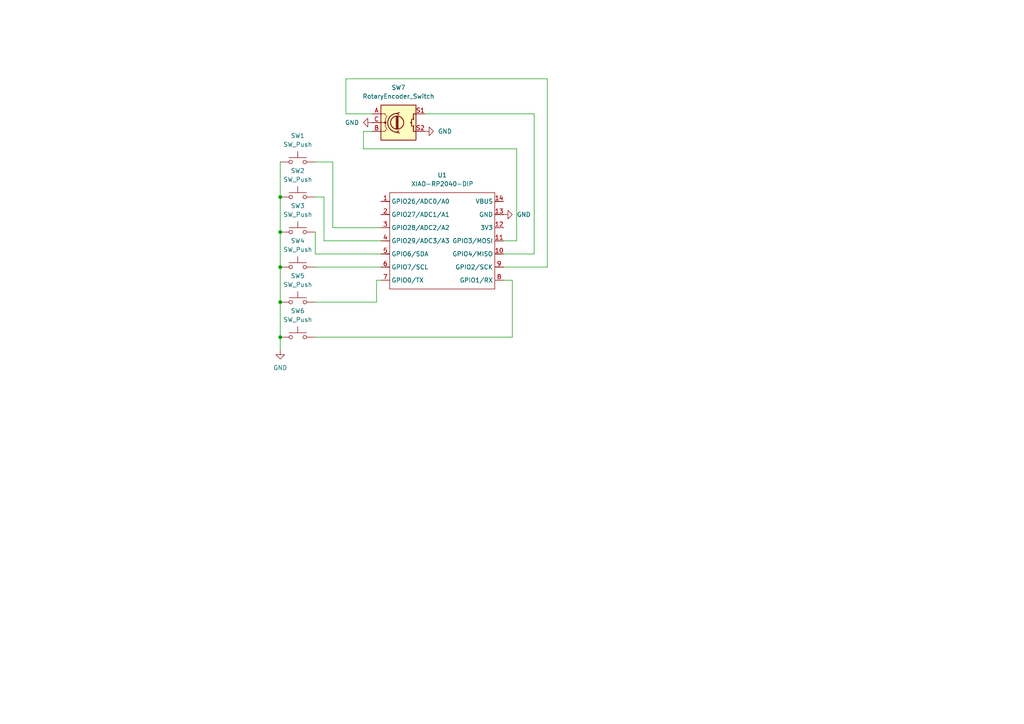
<source format=kicad_sch>
(kicad_sch (version 20250114) (generator "eeschema") (generator_version "9.0")
  (paper "A4")
  (lib_symbols
    (symbol "Device:RotaryEncoder_Switch" (pin_names (offset 0.254) (hide yes))
      (property "Reference" "SW" (at 0 6.604 0))
      (property "Value" "RotaryEncoder_Switch" (at 0 -6.604 0))
      (symbol "RotaryEncoder_Switch_0_1"
        (rectangle (start -5.08 5.08) (end 5.08 -5.08) (stroke (width 0.254)) (fill (type background)))
        (polyline (pts (xy -5.08 2.54) (xy -3.81 2.54) (xy -3.81 2.032)))
        (polyline (pts (xy -5.08 0) (xy -3.81 0) (xy -3.81 -1.016) (xy -3.302 -2.032)))
        (polyline (pts (xy -5.08 -2.54) (xy -3.81 -2.54) (xy -3.81 -2.032)))
        (polyline (pts (xy -4.318 0) (xy -3.81 0) (xy -3.81 1.016) (xy -3.302 2.032)))
        (circle (center -3.81 0) (radius 0.254) (fill (type outline)))
        (polyline (pts (xy -0.635 -1.778) (xy -0.635 1.778)) (stroke (width 0.254)))
        (circle (center -0.381 0) (radius 1.905) (stroke (width 0.254)))
        (polyline (pts (xy -0.381 -1.778) (xy -0.381 1.778)) (stroke (width 0.254)))
        (arc (start -0.381 -2.794) (mid -3.0988 -0.0635) (end -0.381 2.667) (stroke (width 0.254)))
        (polyline (pts (xy -0.127 1.778) (xy -0.127 -1.778)) (stroke (width 0.254)))
        (polyline (pts (xy 0.254 2.921) (xy -0.508 2.667) (xy 0.127 2.286)) (stroke (width 0.254)))
        (polyline (pts (xy 0.254 -3.048) (xy -0.508 -2.794) (xy 0.127 -2.413)) (stroke (width 0.254)))
        (polyline (pts (xy 3.81 1.016) (xy 3.81 -1.016)) (stroke (width 0.254)))
        (polyline (pts (xy 3.81 0) (xy 3.429 0)) (stroke (width 0.254)))
        (circle (center 4.318 1.016) (radius 0.127) (stroke (width 0.254)))
        (circle (center 4.318 -1.016) (radius 0.127) (stroke (width 0.254)))
        (polyline (pts (xy 5.08 2.54) (xy 4.318 2.54) (xy 4.318 1.016)) (stroke (width 0.254)))
        (polyline (pts (xy 5.08 -2.54) (xy 4.318 -2.54) (xy 4.318 -1.016)) (stroke (width 0.254)))
      )
      (symbol "RotaryEncoder_Switch_1_1"
        (pin passive line (at -7.62 2.54 0) (length 2.54) (name "A") (number "A"))
        (pin passive line (at -7.62 0 0) (length 2.54) (name "C") (number "C"))
        (pin passive line (at -7.62 -2.54 0) (length 2.54) (name "B") (number "B"))
        (pin passive line (at 7.62 2.54 180) (length 2.54) (name "S1") (number "S1"))
        (pin passive line (at 7.62 -2.54 180) (length 2.54) (name "S2") (number "S2"))
      )
    )
    (symbol "Seeed_Studio_XIAO_Series:XIAO-RP2040-DIP"
      (property "Reference" "U" (at 0 0 0))
      (property "Value" "XIAO-RP2040-DIP" (at 5.334 -1.778 0))
      (symbol "XIAO-RP2040-DIP_1_0"
        (polyline (pts (xy -1.27 -2.54) (xy 29.21 -2.54)) (stroke (width 0.1524)))
        (polyline (pts (xy -1.27 -5.08) (xy -2.54 -5.08)) (stroke (width 0.1524)))
        (polyline (pts (xy -1.27 -5.08) (xy -1.27 -2.54)) (stroke (width 0.1524)))
        (polyline (pts (xy -1.27 -8.89) (xy -2.54 -8.89)) (stroke (width 0.1524)))
        (polyline (pts (xy -1.27 -8.89) (xy -1.27 -5.08)) (stroke (width 0.1524)))
        (polyline (pts (xy -1.27 -12.7) (xy -2.54 -12.7)) (stroke (width 0.1524)))
        (polyline (pts (xy -1.27 -12.7) (xy -1.27 -8.89)) (stroke (width 0.1524)))
        (polyline (pts (xy -1.27 -16.51) (xy -2.54 -16.51)) (stroke (width 0.1524)))
        (polyline (pts (xy -1.27 -16.51) (xy -1.27 -12.7)) (stroke (width 0.1524)))
        (polyline (pts (xy -1.27 -20.32) (xy -2.54 -20.32)) (stroke (width 0.1524)))
        (polyline (pts (xy -1.27 -24.13) (xy -2.54 -24.13)) (stroke (width 0.1524)))
        (polyline (pts (xy -1.27 -27.94) (xy -2.54 -27.94)) (stroke (width 0.1524)))
        (polyline (pts (xy -1.27 -30.48) (xy -1.27 -16.51)) (stroke (width 0.1524)))
        (polyline (pts (xy 29.21 -2.54) (xy 29.21 -5.08)) (stroke (width 0.1524)))
        (polyline (pts (xy 29.21 -5.08) (xy 29.21 -8.89)) (stroke (width 0.1524)))
        (polyline (pts (xy 29.21 -8.89) (xy 29.21 -12.7)) (stroke (width 0.1524)))
        (polyline (pts (xy 29.21 -12.7) (xy 29.21 -30.48)) (stroke (width 0.1524)))
        (polyline (pts (xy 29.21 -30.48) (xy -1.27 -30.48)) (stroke (width 0.1524)))
        (polyline (pts (xy 30.48 -5.08) (xy 29.21 -5.08)) (stroke (width 0.1524)))
        (polyline (pts (xy 30.48 -8.89) (xy 29.21 -8.89)) (stroke (width 0.1524)))
        (polyline (pts (xy 30.48 -12.7) (xy 29.21 -12.7)) (stroke (width 0.1524)))
        (polyline (pts (xy 30.48 -16.51) (xy 29.21 -16.51)) (stroke (width 0.1524)))
        (polyline (pts (xy 30.48 -20.32) (xy 29.21 -20.32)) (stroke (width 0.1524)))
        (polyline (pts (xy 30.48 -24.13) (xy 29.21 -24.13)) (stroke (width 0.1524)))
        (polyline (pts (xy 30.48 -27.94) (xy 29.21 -27.94)) (stroke (width 0.1524)))
        (pin passive line (at -3.81 -5.08 0) (length 2.54) (name "GPIO26/ADC0/A0") (number "1"))
        (pin passive line (at -3.81 -8.89 0) (length 2.54) (name "GPIO27/ADC1/A1") (number "2"))
        (pin passive line (at -3.81 -12.7 0) (length 2.54) (name "GPIO28/ADC2/A2") (number "3"))
        (pin passive line (at -3.81 -16.51 0) (length 2.54) (name "GPIO29/ADC3/A3") (number "4"))
        (pin passive line (at -3.81 -20.32 0) (length 2.54) (name "GPIO6/SDA") (number "5"))
        (pin passive line (at -3.81 -24.13 0) (length 2.54) (name "GPIO7/SCL") (number "6"))
        (pin passive line (at -3.81 -27.94 0) (length 2.54) (name "GPIO0/TX") (number "7"))
        (pin passive line (at 31.75 -5.08 180) (length 2.54) (name "VBUS") (number "14"))
        (pin passive line (at 31.75 -8.89 180) (length 2.54) (name "GND") (number "13"))
        (pin passive line (at 31.75 -12.7 180) (length 2.54) (name "3V3") (number "12"))
        (pin passive line (at 31.75 -16.51 180) (length 2.54) (name "GPIO3/MOSI") (number "11"))
        (pin passive line (at 31.75 -20.32 180) (length 2.54) (name "GPIO4/MISO") (number "10"))
        (pin passive line (at 31.75 -24.13 180) (length 2.54) (name "GPIO2/SCK") (number "9"))
        (pin passive line (at 31.75 -27.94 180) (length 2.54) (name "GPIO1/RX") (number "8"))
      )
    )
    (symbol "Switch:SW_Push" (pin_numbers (hide yes)) (pin_names (offset 1.016) (hide yes))
      (property "Reference" "SW" (at 1.27 2.54 0))
      (property "Value" "SW_Push" (at 0 -1.524 0))
      (symbol "SW_Push_0_1"
        (circle (center -2.032 0) (radius 0.508))
        (polyline (pts (xy 0 1.27) (xy 0 3.048)))
        (circle (center 2.032 0) (radius 0.508))
        (polyline (pts (xy 2.54 1.27) (xy -2.54 1.27)))
        (pin passive line (at -5.08 0 0) (length 2.54) (name "1") (number "1"))
        (pin passive line (at 5.08 0 180) (length 2.54) (name "2") (number "2"))
      )
    )
    (symbol "power:GND" (power) (pin_numbers (hide yes)) (pin_names (offset 0) (hide yes))
      (property "Value" "GND" (at 0 -3.81 0))
      (symbol "GND_0_1"
        (polyline (pts (xy 0 0) (xy 0 -1.27) (xy 1.27 -1.27) (xy 0 -2.54) (xy -1.27 -1.27) (xy 0 -1.27)))
      )
      (symbol "GND_1_1"
        (pin power_in line (at 0 0 270) (length 0) (name "~") (number "1"))
      )
    )
  )
  (junction (at 81.28 97.79))
  (junction (at 81.28 57.15))
  (junction (at 81.28 67.31))
  (junction (at 81.28 87.63))
  (junction (at 81.28 77.47))
  (wire (pts (xy 100.33 22.86) (xy 158.75 22.86)))
  (wire (pts (xy 109.22 87.63) (xy 109.22 81.28)))
  (wire (pts (xy 107.95 33.02) (xy 100.33 33.02)))
  (wire (pts (xy 93.98 69.85) (xy 110.49 69.85)))
  (wire (pts (xy 96.52 66.04) (xy 110.49 66.04)))
  (wire (pts (xy 109.22 81.28) (xy 110.49 81.28)))
  (wire (pts (xy 158.75 77.47) (xy 146.05 77.47)))
  (wire (pts (xy 158.75 22.86) (xy 158.75 77.47)))
  (wire (pts (xy 154.94 73.66) (xy 146.05 73.66)))
  (wire (pts (xy 123.19 33.02) (xy 154.94 33.02)))
  (wire (pts (xy 91.44 67.31) (xy 91.44 73.66)))
  (wire (pts (xy 96.52 46.99) (xy 96.52 66.04)))
  (wire (pts (xy 149.86 43.18) (xy 105.41 43.18)))
  (wire (pts (xy 91.44 87.63) (xy 109.22 87.63)))
  (wire (pts (xy 91.44 46.99) (xy 96.52 46.99)))
  (wire (pts (xy 91.44 97.79) (xy 148.59 97.79)))
  (wire (pts (xy 81.28 77.47) (xy 81.28 87.63)))
  (wire (pts (xy 93.98 57.15) (xy 93.98 69.85)))
  (wire (pts (xy 105.41 38.1) (xy 107.95 38.1)))
  (wire (pts (xy 81.28 87.63) (xy 81.28 97.79)))
  (wire (pts (xy 81.28 46.99) (xy 81.28 57.15)))
  (wire (pts (xy 81.28 57.15) (xy 81.28 67.31)))
  (wire (pts (xy 91.44 57.15) (xy 93.98 57.15)))
  (wire (pts (xy 91.44 77.47) (xy 110.49 77.47)))
  (wire (pts (xy 81.28 67.31) (xy 81.28 77.47)))
  (wire (pts (xy 91.44 73.66) (xy 110.49 73.66)))
  (wire (pts (xy 148.59 81.28) (xy 146.05 81.28)))
  (wire (pts (xy 148.59 97.79) (xy 148.59 81.28)))
  (wire (pts (xy 146.05 69.85) (xy 149.86 69.85)))
  (wire (pts (xy 81.28 97.79) (xy 81.28 101.6)))
  (wire (pts (xy 154.94 33.02) (xy 154.94 73.66)))
  (wire (pts (xy 149.86 69.85) (xy 149.86 43.18)))
  (wire (pts (xy 105.41 43.18) (xy 105.41 38.1)))
  (wire (pts (xy 100.33 33.02) (xy 100.33 22.86)))
  (symbol (lib_id "Seeed_Studio_XIAO_Series:XIAO-RP2040-DIP") (at 114.3 53.34 0) (unit 1)
    (property "Reference" "U1" (at 128.27 50.8 0))
    (property "Value" "XIAO-RP2040-DIP" (at 128.27 53.34 0))
    (property "Footprint" "Seeed Studio XIAO Series Library:XIAO-RP2040-DIP" (effects (hide yes)))
  )
  (symbol (lib_id "Switch:SW_Push") (at 86.36 46.99 0) (unit 1)
    (property "Reference" "SW1" (at 86.36 39.37 0))
    (property "Value" "SW_Push" (at 86.36 41.91 0))
    (property "Footprint" "Button_Switch_Keyboard:SW_Cherry_MX_1.00u_PCB" (effects (hide yes)))
    (property "Description" "Push button switch, generic, two pins" (effects (hide yes)))
  )
  (symbol (lib_id "Switch:SW_Push") (at 86.36 97.79 0) (unit 1)
    (property "Reference" "SW6" (at 86.36 90.17 0))
    (property "Value" "SW_Push" (at 86.36 92.71 0))
    (property "Footprint" "Button_Switch_Keyboard:SW_Cherry_MX_1.00u_PCB" (effects (hide yes)))
    (property "Description" "Push button switch, generic, two pins" (effects (hide yes)))
  )
  (symbol (lib_id "power:GND") (at 146.05 62.23 90) (unit 1)
    (property "Reference" "#PWR02" (effects (hide yes)))
    (property "Value" "GND" (at 149.86 62.2299 90) (effects (justify right)))
    (property "Description" "Power symbol creates a global label with name \"GND\" , ground" (effects (hide yes)))
  )
  (symbol (lib_id "Device:RotaryEncoder_Switch") (at 115.57 35.56 0) (unit 1)
    (property "Reference" "SW7" (at 115.57 25.4 0))
    (property "Value" "RotaryEncoder_Switch" (at 115.57 27.94 0))
    (property "Footprint" "Rotary_Encoder:RotaryEncoder_Alps_EC11E-Switch_Vertical_H20mm" (effects (hide yes)))
    (property "Description" "Rotary encoder, dual channel, incremental quadrate outputs, with switch" (effects (hide yes)))
  )
  (symbol (lib_id "Switch:SW_Push") (at 86.36 77.47 0) (unit 1)
    (property "Reference" "SW4" (at 86.36 69.85 0))
    (property "Value" "SW_Push" (at 86.36 72.39 0))
    (property "Footprint" "Button_Switch_Keyboard:SW_Cherry_MX_1.00u_PCB" (effects (hide yes)))
    (property "Description" "Push button switch, generic, two pins" (effects (hide yes)))
  )
  (symbol (lib_id "Switch:SW_Push") (at 86.36 87.63 0) (unit 1)
    (property "Reference" "SW5" (at 86.36 80.01 0))
    (property "Value" "SW_Push" (at 86.36 82.55 0))
    (property "Footprint" "Button_Switch_Keyboard:SW_Cherry_MX_1.00u_PCB" (effects (hide yes)))
    (property "Description" "Push button switch, generic, two pins" (effects (hide yes)))
  )
  (symbol (lib_id "power:GND") (at 107.95 35.56 270) (unit 1)
    (property "Reference" "#PWR03" (effects (hide yes)))
    (property "Value" "GND" (at 104.14 35.5599 90) (effects (justify right)))
    (property "Description" "Power symbol creates a global label with name \"GND\" , ground" (effects (hide yes)))
  )
  (symbol (lib_id "power:GND") (at 123.19 38.1 90) (unit 1)
    (property "Reference" "#PWR04" (effects (hide yes)))
    (property "Value" "GND" (at 127 38.0999 90) (effects (justify right)))
    (property "Description" "Power symbol creates a global label with name \"GND\" , ground" (effects (hide yes)))
  )
  (symbol (lib_id "Switch:SW_Push") (at 86.36 67.31 0) (unit 1)
    (property "Reference" "SW3" (at 86.36 59.69 0))
    (property "Value" "SW_Push" (at 86.36 62.23 0))
    (property "Footprint" "Button_Switch_Keyboard:SW_Cherry_MX_1.00u_PCB" (effects (hide yes)))
    (property "Description" "Push button switch, generic, two pins" (effects (hide yes)))
  )
  (symbol (lib_id "power:GND") (at 81.28 101.6 0) (unit 1)
    (property "Reference" "#PWR01" (effects (hide yes)))
    (property "Value" "GND" (at 81.28 106.68 0))
    (property "Description" "Power symbol creates a global label with name \"GND\" , ground" (effects (hide yes)))
  )
  (symbol (lib_id "Switch:SW_Push") (at 86.36 57.15 0) (unit 1)
    (property "Reference" "SW2" (at 86.36 49.53 0))
    (property "Value" "SW_Push" (at 86.36 52.07 0))
    (property "Footprint" "Button_Switch_Keyboard:SW_Cherry_MX_1.00u_PCB" (effects (hide yes)))
    (property "Description" "Push button switch, generic, two pins" (effects (hide yes)))
  )
)
</source>
